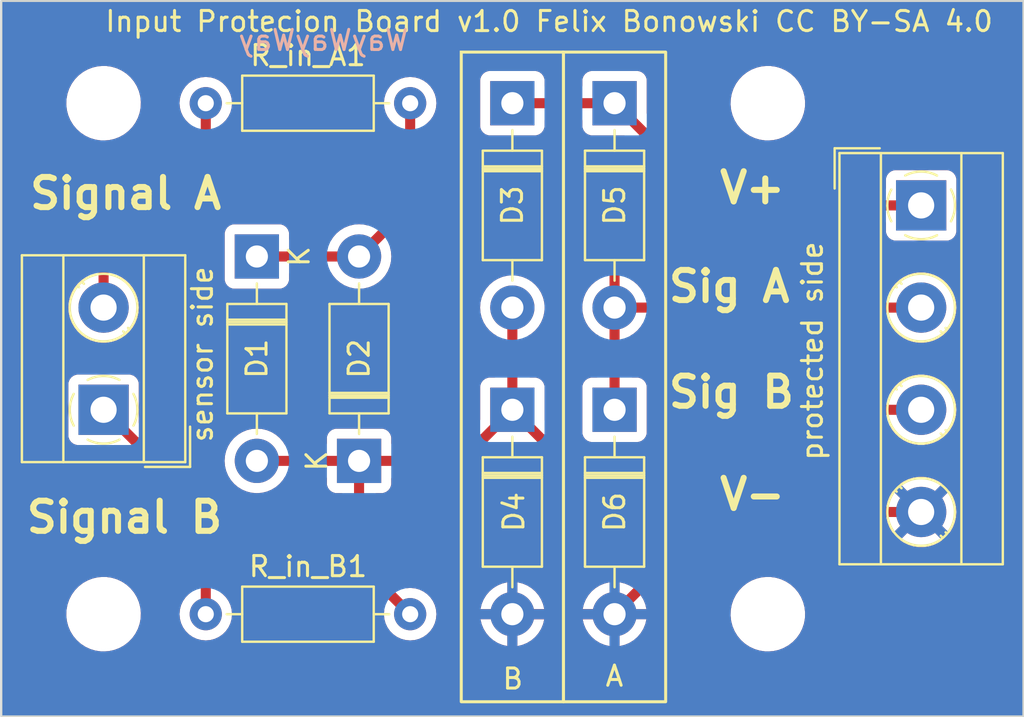
<source format=kicad_pcb>
(kicad_pcb (version 20221018) (generator pcbnew)
  (layers (0 "F.Cu" signal) (31 "B.Cu" signal) (34 "B.Paste" user) (35 "F.Paste" user) (36 "B.SilkS" user "B.Silkscreen") (37 "F.SilkS" user "F.Silkscreen") (38 "B.Mask" user) (39 "F.Mask" user) (44 "Edge.Cuts" user))
  (net 0 "")
  (net 1 "signal_a_protected")
  (net 2 "signal_b_protected")
  (net 3 "supply_negative")
  (net 4 "supply_positive")
  (net 5 "signal_b_input")
  (net 6 "signal_a_input")
  (footprint "MountingHole:MountingHole_3.2mm_M3_DIN965" (layer "F.Cu") (at 5.08 5.08)
    (fp_text reference "H1" hide)
    (fp_text value "MountingHole")
    (pad "" np_thru_hole circle (at 0 0) (size 3.2 3.2) (drill 3.2) (layers "*.Cu" "*.Mask"))
  )
  (footprint "Resistor_THT:R_Axial_DIN0207_L6.3mm_D2.5mm_P10.16mm_Horizontal" (layer "F.Cu") (at 10.16 30.48)
    (fp_text reference "R_in_B1" (at 5.08 -2.37) (layer "F.SilkS"))
    (fp_text value "1000")
    (fp_line (start 1.04 0) (end 1.81 0) (stroke (width 0.12)) (layer "F.SilkS"))
    (fp_line (start 1.81 -1.37) (end 1.81 1.37) (stroke (width 0.12)) (layer "F.SilkS"))
    (fp_line (start 1.81 1.37) (end 8.35 1.37) (stroke (width 0.12)) (layer "F.SilkS"))
    (fp_line (start 8.35 -1.37) (end 1.81 -1.37) (stroke (width 0.12)) (layer "F.SilkS"))
    (fp_line (start 8.35 1.37) (end 8.35 -1.37) (stroke (width 0.12)) (layer "F.SilkS"))
    (fp_line (start 9.12 0) (end 8.35 0) (stroke (width 0.12)) (layer "F.SilkS"))
    (pad "1" thru_hole circle (at 0 0) (size 1.6 1.6) (drill 0.8) (layers "*.Cu" "*.Mask") (net 5 "signal_b_input"))
    (pad "2" thru_hole oval (at 10.16 0) (size 1.6 1.6) (drill 0.8) (layers "*.Cu" "*.Mask") (net 2 "signal_b_protected"))
  )
  (footprint "Diode_THT:D_DO-41_SOD81_P10.16mm_Horizontal" (layer "F.Cu") (at 25.4 20.32 -90)
    (fp_text reference "D4" (at 5.08 -0.07 90) (layer "F.SilkS"))
    (fp_text value "D_Zener")
    (fp_line (start 1.34 0) (end 2.36 0) (stroke (width 0.12)) (layer "F.SilkS"))
    (fp_line (start 2.36 -1.47) (end 2.36 1.47) (stroke (width 0.12)) (layer "F.SilkS"))
    (fp_line (start 2.36 1.47) (end 7.8 1.47) (stroke (width 0.12)) (layer "F.SilkS"))
    (fp_line (start 3.14 -1.47) (end 3.14 1.47) (stroke (width 0.12)) (layer "F.SilkS"))
    (fp_line (start 3.26 -1.47) (end 3.26 1.47) (stroke (width 0.12)) (layer "F.SilkS"))
    (fp_line (start 3.38 -1.47) (end 3.38 1.47) (stroke (width 0.12)) (layer "F.SilkS"))
    (fp_line (start 7.8 -1.47) (end 2.36 -1.47) (stroke (width 0.12)) (layer "F.SilkS"))
    (fp_line (start 7.8 1.47) (end 7.8 -1.47) (stroke (width 0.12)) (layer "F.SilkS"))
    (fp_line (start 8.82 0) (end 7.8 0) (stroke (width 0.12)) (layer "F.SilkS"))
    (pad "1" thru_hole rect (at 0 0 270) (size 2.2 2.2) (drill 1.1) (layers "*.Cu" "*.Mask") (net 2 "signal_b_protected"))
    (pad "2" thru_hole oval (at 10.16 0 270) (size 2.2 2.2) (drill 1.1) (layers "*.Cu" "*.Mask") (net 3 "supply_negative"))
  )
  (footprint "Diode_THT:D_DO-41_SOD81_P10.16mm_Horizontal" (layer "F.Cu") (at 25.4 5.08 -90)
    (fp_text reference "D3" (at 5.08 0 90) (layer "F.SilkS"))
    (fp_text value "D_Zener")
    (fp_line (start 1.34 0) (end 2.36 0) (stroke (width 0.12)) (layer "F.SilkS"))
    (fp_line (start 2.36 -1.47) (end 2.36 1.47) (stroke (width 0.12)) (layer "F.SilkS"))
    (fp_line (start 2.36 1.47) (end 7.8 1.47) (stroke (width 0.12)) (layer "F.SilkS"))
    (fp_line (start 3.14 -1.47) (end 3.14 1.47) (stroke (width 0.12)) (layer "F.SilkS"))
    (fp_line (start 3.26 -1.47) (end 3.26 1.47) (stroke (width 0.12)) (layer "F.SilkS"))
    (fp_line (start 3.38 -1.47) (end 3.38 1.47) (stroke (width 0.12)) (layer "F.SilkS"))
    (fp_line (start 7.8 -1.47) (end 2.36 -1.47) (stroke (width 0.12)) (layer "F.SilkS"))
    (fp_line (start 7.8 1.47) (end 7.8 -1.47) (stroke (width 0.12)) (layer "F.SilkS"))
    (fp_line (start 8.82 0) (end 7.8 0) (stroke (width 0.12)) (layer "F.SilkS"))
    (pad "1" thru_hole rect (at 0 0 270) (size 2.2 2.2) (drill 1.1) (layers "*.Cu" "*.Mask") (net 4 "supply_positive"))
    (pad "2" thru_hole oval (at 10.16 0 270) (size 2.2 2.2) (drill 1.1) (layers "*.Cu" "*.Mask") (net 2 "signal_b_protected"))
  )
  (footprint "Diode_THT:D_DO-41_SOD81_P10.16mm_Horizontal" (layer "F.Cu") (at 30.48 5.08 -90)
    (fp_text reference "D5" (at 5.08 0 90) (layer "F.SilkS"))
    (fp_text value "D_Zener")
    (fp_line (start 1.34 0) (end 2.36 0) (stroke (width 0.12)) (layer "F.SilkS"))
    (fp_line (start 2.36 -1.47) (end 2.36 1.47) (stroke (width 0.12)) (layer "F.SilkS"))
    (fp_line (start 2.36 1.47) (end 7.8 1.47) (stroke (width 0.12)) (layer "F.SilkS"))
    (fp_line (start 3.14 -1.47) (end 3.14 1.47) (stroke (width 0.12)) (layer "F.SilkS"))
    (fp_line (start 3.26 -1.47) (end 3.26 1.47) (stroke (width 0.12)) (layer "F.SilkS"))
    (fp_line (start 3.38 -1.47) (end 3.38 1.47) (stroke (width 0.12)) (layer "F.SilkS"))
    (fp_line (start 7.8 -1.47) (end 2.36 -1.47) (stroke (width 0.12)) (layer "F.SilkS"))
    (fp_line (start 7.8 1.47) (end 7.8 -1.47) (stroke (width 0.12)) (layer "F.SilkS"))
    (fp_line (start 8.82 0) (end 7.8 0) (stroke (width 0.12)) (layer "F.SilkS"))
    (pad "1" thru_hole rect (at 0 0 270) (size 2.2 2.2) (drill 1.1) (layers "*.Cu" "*.Mask") (net 4 "supply_positive"))
    (pad "2" thru_hole oval (at 10.16 0 270) (size 2.2 2.2) (drill 1.1) (layers "*.Cu" "*.Mask") (net 1 "signal_a_protected"))
  )
  (footprint "MountingHole:MountingHole_3.2mm_M3_DIN965" (layer "F.Cu") (at 38.1 30.48)
    (fp_text reference "H3" hide)
    (fp_text value "MountingHole")
    (pad "" np_thru_hole circle (at 0 0) (size 3.2 3.2) (drill 3.2) (layers "*.Cu" "*.Mask"))
  )
  (footprint "TerminalBlock_MetzConnect:TerminalBlock_MetzConnect_Type101_RT01604HBWC_1x04_P5.08mm_Horizontal" (layer "F.Cu") (at 45.72 10.16 -90)
    (fp_text reference "J2" hide)
    (fp_text value "Screw_Terminal_01x04")
    (fp_line (start -2.84 2.06) (end -2.84 4.3) (stroke (width 0.12)) (layer "F.SilkS"))
    (fp_line (start -2.84 4.3) (end -0.84 4.3) (stroke (width 0.12)) (layer "F.SilkS"))
    (fp_line (start -2.6 -4.06) (end -2.6 4.06) (stroke (width 0.12)) (layer "F.SilkS"))
    (fp_line (start -2.6 -4.06) (end 17.84 -4.06) (stroke (width 0.12)) (layer "F.SilkS"))
    (fp_line (start -2.6 -2) (end 17.84 -2) (stroke (width 0.12)) (layer "F.SilkS"))
    (fp_line (start -2.6 2) (end 17.84 2) (stroke (width 0.12)) (layer "F.SilkS"))
    (fp_line (start -2.6 4.06) (end 17.84 4.06) (stroke (width 0.12)) (layer "F.SilkS"))
    (fp_line (start 3.9 0.976) (end 3.806 1.069) (stroke (width 0.12)) (layer "F.SilkS"))
    (fp_line (start 4.07 1.216) (end 4.011 1.274) (stroke (width 0.12)) (layer "F.SilkS"))
    (fp_line (start 6.15 -1.275) (end 6.091 -1.216) (stroke (width 0.12)) (layer "F.SilkS"))
    (fp_line (start 6.355 -1.069) (end 6.261 -0.976) (stroke (width 0.12)) (layer "F.SilkS"))
    (fp_line (start 8.98 0.976) (end 8.886 1.069) (stroke (width 0.12)) (layer "F.SilkS"))
    (fp_line (start 9.15 1.216) (end 9.091 1.274) (stroke (width 0.12)) (layer "F.SilkS"))
    (fp_line (start 11.23 -1.275) (end 11.171 -1.216) (stroke (width 0.12)) (layer "F.SilkS"))
    (fp_line (start 11.435 -1.069) (end 11.341 -0.976) (stroke (width 0.12)) (layer "F.SilkS"))
    (fp_line (start 14.06 0.976) (end 13.966 1.069) (stroke (width 0.12)) (layer "F.SilkS"))
    (fp_line (start 14.23 1.216) (end 14.171 1.274) (stroke (width 0.12)) (layer "F.SilkS"))
    (fp_line (start 16.31 -1.275) (end 16.251 -1.216) (stroke (width 0.12)) (layer "F.SilkS"))
    (fp_line (start 16.515 -1.069) (end 16.421 -0.976) (stroke (width 0.12)) (layer "F.SilkS"))
    (fp_line (start 17.84 -4.06) (end 17.84 4.06) (stroke (width 0.12)) (layer "F.SilkS"))
    (fp_arc (start -1.483953 0.789089) (mid -1.680708 0.00005) (end -1.484 -0.789) (stroke (width 0.12)) (layer "F.SilkS"))
    (fp_arc (start -0.789089 -1.483953) (mid -0.00005 -1.680708) (end 0.789 -1.484) (stroke (width 0.12)) (layer "F.SilkS"))
    (fp_arc (start 0.029383 1.68045) (mid -0.392304 1.634281) (end -0.789 1.484) (stroke (width 0.12)) (layer "F.SilkS"))
    (fp_arc (start 0.788712 1.483352) (mid 0.406429 1.630097) (end 0 1.68) (stroke (width 0.12)) (layer "F.SilkS"))
    (fp_arc (start 1.483953 -0.789089) (mid 1.680708 -0.00005) (end 1.484 0.789) (stroke (width 0.12)) (layer "F.SilkS"))
    (fp_circle (center 5.08 0) (end 6.76 0) (stroke (width 0.12)) (fill none) (layer "F.SilkS"))
    (fp_circle (center 10.16 0) (end 11.84 0) (stroke (width 0.12)) (fill none) (layer "F.SilkS"))
    (fp_circle (center 15.24 0) (end 16.92 0) (stroke (width 0.12)) (fill none) (layer "F.SilkS"))
    (pad "1" thru_hole rect (at 0 0 270) (size 2.5 2.5) (drill 1.3) (layers "*.Cu" "*.Mask") (net 4 "supply_positive"))
    (pad "2" thru_hole circle (at 5.08 0 270) (size 2.5 2.5) (drill 1.3) (layers "*.Cu" "*.Mask") (net 1 "signal_a_protected"))
    (pad "3" thru_hole circle (at 10.16 0 270) (size 2.5 2.5) (drill 1.3) (layers "*.Cu" "*.Mask") (net 2 "signal_b_protected"))
    (pad "4" thru_hole circle (at 15.24 0 270) (size 2.5 2.5) (drill 1.3) (layers "*.Cu" "*.Mask") (net 3 "supply_negative"))
  )
  (footprint "MountingHole:MountingHole_3.2mm_M3_DIN965" (layer "F.Cu") (at 38.1 5.08)
    (fp_text reference "H2" hide)
    (fp_text value "MountingHole")
    (pad "" np_thru_hole circle (at 0 0) (size 3.2 3.2) (drill 3.2) (layers "*.Cu" "*.Mask"))
  )
  (footprint "TerminalBlock_MetzConnect:TerminalBlock_MetzConnect_Type101_RT01602HBWC_1x02_P5.08mm_Horizontal" (layer "F.Cu") (at 5.08 20.32 90)
    (fp_text reference "J1" hide)
    (fp_text value "Screw_Terminal_01x02")
    (fp_line (start -2.84 2.06) (end -2.84 4.3) (stroke (width 0.12)) (layer "F.SilkS"))
    (fp_line (start -2.84 4.3) (end -0.84 4.3) (stroke (width 0.12)) (layer "F.SilkS"))
    (fp_line (start -2.6 -4.06) (end -2.6 4.06) (stroke (width 0.12)) (layer "F.SilkS"))
    (fp_line (start -2.6 -4.06) (end 7.68 -4.06) (stroke (width 0.12)) (layer "F.SilkS"))
    (fp_line (start -2.6 -2) (end 7.68 -2) (stroke (width 0.12)) (layer "F.SilkS"))
    (fp_line (start -2.6 2) (end 7.68 2) (stroke (width 0.12)) (layer "F.SilkS"))
    (fp_line (start -2.6 4.06) (end 7.68 4.06) (stroke (width 0.12)) (layer "F.SilkS"))
    (fp_line (start 3.9 0.976) (end 3.806 1.069) (stroke (width 0.12)) (layer "F.SilkS"))
    (fp_line (start 4.07 1.216) (end 4.011 1.274) (stroke (width 0.12)) (layer "F.SilkS"))
    (fp_line (start 6.15 -1.275) (end 6.091 -1.216) (stroke (width 0.12)) (layer "F.SilkS"))
    (fp_line (start 6.355 -1.069) (end 6.261 -0.976) (stroke (width 0.12)) (layer "F.SilkS"))
    (fp_line (start 7.68 -4.06) (end 7.68 4.06) (stroke (width 0.12)) (layer "F.SilkS"))
    (fp_arc (start -1.483953 0.789089) (mid -1.680708 0.00005) (end -1.484 -0.789) (stroke (width 0.12)) (layer "F.SilkS"))
    (fp_arc (start -0.789089 -1.483953) (mid -0.00005 -1.680708) (end 0.789 -1.484) (stroke (width 0.12)) (layer "F.SilkS"))
    (fp_arc (start 0.029383 1.68045) (mid -0.392304 1.634281) (end -0.789 1.484) (stroke (width 0.12)) (layer "F.SilkS"))
    (fp_arc (start 0.788712 1.483352) (mid 0.406429 1.630097) (end 0 1.68) (stroke (width 0.12)) (layer "F.SilkS"))
    (fp_arc (start 1.483953 -0.789089) (mid 1.680708 -0.00005) (end 1.484 0.789) (stroke (width 0.12)) (layer "F.SilkS"))
    (fp_circle (center 5.08 0) (end 6.76 0) (stroke (width 0.12)) (fill none) (layer "F.SilkS"))
    (pad "1" thru_hole rect (at 0 0 90) (size 2.5 2.5) (drill 1.3) (layers "*.Cu" "*.Mask") (net 5 "signal_b_input"))
    (pad "2" thru_hole circle (at 5.08 0 90) (size 2.5 2.5) (drill 1.3) (layers "*.Cu" "*.Mask") (net 6 "signal_a_input"))
  )
  (footprint "Diode_THT:D_DO-41_SOD81_P10.16mm_Horizontal" (layer "F.Cu") (at 17.78 22.86 90)
    (fp_text reference "D2" (at 5.08 0 90) (layer "F.SilkS"))
    (fp_text value "D")
    (fp_text user "K" (at 0 -2.1 90) (layer "F.SilkS"))
    (fp_line (start 1.34 0) (end 2.36 0) (stroke (width 0.12)) (layer "F.SilkS"))
    (fp_line (start 2.36 -1.47) (end 2.36 1.47) (stroke (width 0.12)) (layer "F.SilkS"))
    (fp_line (start 2.36 1.47) (end 7.8 1.47) (stroke (width 0.12)) (layer "F.SilkS"))
    (fp_line (start 3.14 -1.47) (end 3.14 1.47) (stroke (width 0.12)) (layer "F.SilkS"))
    (fp_line (start 3.26 -1.47) (end 3.26 1.47) (stroke (width 0.12)) (layer "F.SilkS"))
    (fp_line (start 3.38 -1.47) (end 3.38 1.47) (stroke (width 0.12)) (layer "F.SilkS"))
    (fp_line (start 7.8 -1.47) (end 2.36 -1.47) (stroke (width 0.12)) (layer "F.SilkS"))
    (fp_line (start 7.8 1.47) (end 7.8 -1.47) (stroke (width 0.12)) (layer "F.SilkS"))
    (fp_line (start 8.82 0) (end 7.8 0) (stroke (width 0.12)) (layer "F.SilkS"))
    (pad "1" thru_hole rect (at 0 0 90) (size 2.2 2.2) (drill 1.1) (layers "*.Cu" "*.Mask") (net 2 "signal_b_protected"))
    (pad "2" thru_hole oval (at 10.16 0 90) (size 2.2 2.2) (drill 1.1) (layers "*.Cu" "*.Mask") (net 1 "signal_a_protected"))
  )
  (footprint "MountingHole:MountingHole_3.2mm_M3_DIN965" (layer "F.Cu") (at 5.08 30.48)
    (fp_text reference "H4" hide)
    (fp_text value "MountingHole")
    (pad "" np_thru_hole circle (at 0 0) (size 3.2 3.2) (drill 3.2) (layers "*.Cu" "*.Mask"))
  )
  (footprint "Resistor_THT:R_Axial_DIN0207_L6.3mm_D2.5mm_P10.16mm_Horizontal" (layer "F.Cu") (at 10.16 5.08)
    (fp_text reference "R_in_A1" (at 5.08 -2.37) (layer "F.SilkS"))
    (fp_text value "1000")
    (fp_line (start 1.04 0) (end 1.81 0) (stroke (width 0.12)) (layer "F.SilkS"))
    (fp_line (start 1.81 -1.37) (end 1.81 1.37) (stroke (width 0.12)) (layer "F.SilkS"))
    (fp_line (start 1.81 1.37) (end 8.35 1.37) (stroke (width 0.12)) (layer "F.SilkS"))
    (fp_line (start 8.35 -1.37) (end 1.81 -1.37) (stroke (width 0.12)) (layer "F.SilkS"))
    (fp_line (start 8.35 1.37) (end 8.35 -1.37) (stroke (width 0.12)) (layer "F.SilkS"))
    (fp_line (start 9.12 0) (end 8.35 0) (stroke (width 0.12)) (layer "F.SilkS"))
    (pad "1" thru_hole circle (at 0 0) (size 1.6 1.6) (drill 0.8) (layers "*.Cu" "*.Mask") (net 6 "signal_a_input"))
    (pad "2" thru_hole oval (at 10.16 0) (size 1.6 1.6) (drill 0.8) (layers "*.Cu" "*.Mask") (net 1 "signal_a_protected"))
  )
  (footprint "Diode_THT:D_DO-41_SOD81_P10.16mm_Horizontal" (layer "F.Cu") (at 30.48 20.32 -90)
    (fp_text reference "D6" (at 5.08 0 90) (layer "F.SilkS"))
    (fp_text value "D_Zener")
    (fp_line (start 1.34 0) (end 2.36 0) (stroke (width 0.12)) (layer "F.SilkS"))
    (fp_line (start 2.36 -1.47) (end 2.36 1.47) (stroke (width 0.12)) (layer "F.SilkS"))
    (fp_line (start 2.36 1.47) (end 7.8 1.47) (stroke (width 0.12)) (layer "F.SilkS"))
    (fp_line (start 3.14 -1.47) (end 3.14 1.47) (stroke (width 0.12)) (layer "F.SilkS"))
    (fp_line (start 3.26 -1.47) (end 3.26 1.47) (stroke (width 0.12)) (layer "F.SilkS"))
    (fp_line (start 3.38 -1.47) (end 3.38 1.47) (stroke (width 0.12)) (layer "F.SilkS"))
    (fp_line (start 7.8 -1.47) (end 2.36 -1.47) (stroke (width 0.12)) (layer "F.SilkS"))
    (fp_line (start 7.8 1.47) (end 7.8 -1.47) (stroke (width 0.12)) (layer "F.SilkS"))
    (fp_line (start 8.82 0) (end 7.8 0) (stroke (width 0.12)) (layer "F.SilkS"))
    (pad "1" thru_hole rect (at 0 0 270) (size 2.2 2.2) (drill 1.1) (layers "*.Cu" "*.Mask") (net 1 "signal_a_protected"))
    (pad "2" thru_hole oval (at 10.16 0 270) (size 2.2 2.2) (drill 1.1) (layers "*.Cu" "*.Mask") (net 3 "supply_negative"))
  )
  (footprint "Diode_THT:D_DO-41_SOD81_P10.16mm_Horizontal" (layer "F.Cu") (at 12.7 12.7 -90)
    (fp_text reference "D1" (at 5.08 0 90) (layer "F.SilkS"))
    (fp_text value "D")
    (fp_text user "K" (at 0 -2.1 90) (layer "F.SilkS"))
    (fp_line (start 1.34 0) (end 2.36 0) (stroke (width 0.12)) (layer "F.SilkS"))
    (fp_line (start 2.36 -1.47) (end 2.36 1.47) (stroke (width 0.12)) (layer "F.SilkS"))
    (fp_line (start 2.36 1.47) (end 7.8 1.47) (stroke (width 0.12)) (layer "F.SilkS"))
    (fp_line (start 3.14 -1.47) (end 3.14 1.47) (stroke (width 0.12)) (layer "F.SilkS"))
    (fp_line (start 3.26 -1.47) (end 3.26 1.47) (stroke (width 0.12)) (layer "F.SilkS"))
    (fp_line (start 3.38 -1.47) (end 3.38 1.47) (stroke (width 0.12)) (layer "F.SilkS"))
    (fp_line (start 7.8 -1.47) (end 2.36 -1.47) (stroke (width 0.12)) (layer "F.SilkS"))
    (fp_line (start 7.8 1.47) (end 7.8 -1.47) (stroke (width 0.12)) (layer "F.SilkS"))
    (fp_line (start 8.82 0) (end 7.8 0) (stroke (width 0.12)) (layer "F.SilkS"))
    (pad "1" thru_hole rect (at 0 0 270) (size 2.2 2.2) (drill 1.1) (layers "*.Cu" "*.Mask") (net 1 "signal_a_protected"))
    (pad "2" thru_hole oval (at 10.16 0 270) (size 2.2 2.2) (drill 1.1) (layers "*.Cu" "*.Mask") (net 2 "signal_b_protected"))
  )
  (gr_rect (start 27.94 2.54) (end 33.02 34.832472) (stroke (width 0.15)) (fill none) (layer "F.SilkS"))
  (gr_rect (start 22.86 2.54) (end 27.94 34.832473) (stroke (width 0.15)) (fill none) (layer "F.SilkS"))
  (gr_rect (start 0 0) (end 50.8 35.56) (stroke (width 0.1)) (fill none) (layer "Edge.Cuts"))
  (gr_text "WayWayWay" (at 20.32 2.54) (layer "B.SilkS") (effects (font (size 1 1)) (justify left bottom mirror)))
  (gr_text "V-" (at 35.56 25.4) (layer "F.SilkS") (effects (font (size 1.5 1.5) (thickness 0.3) bold) (justify left bottom)))
  (gr_text "A" (at 29.947041 34.142726) (layer "F.SilkS") (effects (font (size 1 1)) (justify left bottom)))
  (gr_text "sensor side" (at 10.572797 22.018704 90) (layer "F.SilkS") (effects (font (size 1 1)) (justify left bottom)))
  (gr_text "V+" (at 35.56 10.16) (layer "F.SilkS") (effects (font (size 1.5 1.5) (thickness 0.3) bold) (justify left bottom)))
  (gr_text "B" (at 24.824602 34.283067) (layer "F.SilkS") (effects (font (size 1 1)) (justify left bottom)))
  (gr_text "Sig B" (at 33.02 20.32) (layer "F.SilkS") (effects (font (size 1.5 1.5) (thickness 0.3) bold) (justify left bottom)))
  (gr_text "protected side\n\n" (at 42.505563 22.922575 90) (layer "F.SilkS") (effects (font (size 1 1)) (justify left bottom)))
  (gr_text "Sig A\n" (at 33.02 15.065859) (layer "F.SilkS") (effects (font (size 1.5 1.5) (thickness 0.3) bold) (justify left bottom)))
  (gr_text "Signal A\n" (at 1.265753 10.444373) (layer "F.SilkS") (effects (font (size 1.5 1.5) (thickness 0.3) bold) (justify left bottom)))
  (gr_text "Signal B" (at 1.1007 26.537048) (layer "F.SilkS") (effects (font (size 1.5 1.5) (thickness 0.3) bold) (justify left bottom)))
  (gr_text "Input Protecion Board v1.0 Felix Bonowski CC BY-SA 4.0" (at 5.08 1.600558) (layer "F.SilkS") (effects (font (size 1 1)) (justify left bottom)))
  (segment (start 20.32 10.16) (end 17.78 12.7) (width 0.5) (layer "F.Cu") (net 1))
  (segment (start 30.48 15.24) (end 45.72 15.24) (width 0.5) (layer "F.Cu") (net 1))
  (segment (start 20.32 5.08) (end 20.32 7.62) (width 0.5) (layer "F.Cu") (net 1))
  (segment (start 30.48 15.24) (end 30.48 20.32) (width 0.5) (layer "F.Cu") (net 1))
  (segment (start 30.48 12.7) (end 30.48 15.24) (width 0.5) (layer "F.Cu") (net 1))
  (segment (start 22.86 10.16) (end 27.94 10.16) (width 0.5) (layer "F.Cu") (net 1))
  (segment (start 20.32 7.62) (end 22.86 10.16) (width 0.5) (layer "F.Cu") (net 1))
  (segment (start 20.32 7.62) (end 20.32 10.16) (width 0.5) (layer "F.Cu") (net 1))
  (segment (start 27.94 10.16) (end 30.48 12.7) (width 0.5) (layer "F.Cu") (net 1))
  (segment (start 17.78 12.7) (end 12.7 12.7) (width 0.5) (layer "F.Cu") (net 1))
  (segment (start 45.02 20.32) (end 38.1 20.32) (width 0.5) (layer "F.Cu") (net 2))
  (segment (start 17.78 22.86) (end 22.86 22.86) (width 0.5) (layer "F.Cu") (net 2))
  (segment (start 30.48 25.4) (end 25.4 20.32) (width 0.5) (layer "F.Cu") (net 2))
  (segment (start 17.78 22.86) (end 12.7 22.86) (width 0.5) (layer "F.Cu") (net 2))
  (segment (start 25.4 15.24) (end 25.4 20.32) (width 0.5) (layer "F.Cu") (net 2))
  (segment (start 22.86 22.86) (end 25.4 20.32) (width 0.5) (layer "F.Cu") (net 2))
  (segment (start 38.1 20.32) (end 33.02 25.4) (width 0.5) (layer "F.Cu") (net 2))
  (segment (start 33.02 25.4) (end 30.48 25.4) (width 0.5) (layer "F.Cu") (net 2))
  (segment (start 17.78 22.86) (end 17.78 27.94) (width 0.5) (layer "F.Cu") (net 2))
  (segment (start 17.78 27.94) (end 20.32 30.48) (width 0.5) (layer "F.Cu") (net 2))
  (segment (start 35.56 25.4) (end 45.72 25.4) (width 0.5) (layer "F.Cu") (net 3))
  (segment (start 25.4 30.48) (end 30.48 30.48) (width 0.5) (layer "F.Cu") (net 3))
  (segment (start 30.48 30.48) (end 35.56 25.4) (width 0.5) (layer "F.Cu") (net 3))
  (segment (start 30.48 5.08) (end 35.56 10.16) (width 0.5) (layer "F.Cu") (net 4))
  (segment (start 25.4 5.08) (end 30.48 5.08) (width 0.5) (layer "F.Cu") (net 4))
  (segment (start 35.56 10.16) (end 45.72 10.16) (width 0.5) (layer "F.Cu") (net 4))
  (segment (start 5.08 20.32) (end 10.16 25.4) (width 0.5) (layer "F.Cu") (net 5))
  (segment (start 10.16 25.4) (end 10.16 30.48) (width 0.5) (layer "F.Cu") (net 5))
  (segment (start 5.08 15.24) (end 5.08 12.7) (width 0.5) (layer "F.Cu") (net 6))
  (segment (start 10.16 7.62) (end 10.16 5.08) (width 0.5) (layer "F.Cu") (net 6))
  (segment (start 5.08 12.7) (end 10.16 7.62) (width 0.5) (layer "F.Cu") (net 6))
  (zone (net 3) (net_name "supply_negative") (layer "F.Cu") (connect_pads (clearance 0.5)) (min_thickness 0.25) (fill yes (thermal_gap 0.5) (thermal_bridge_width 0.5))
    (polygon (pts (xy 50.8 35.56) (xy 0 35.56) (xy 0 0) (xy 50.8 0)))
  )
  (zone (net 3) (net_name "supply_negative") (layer "B.Cu") (priority 1) (connect_pads (clearance 0.5)) (min_thickness 0.25) (fill yes (thermal_gap 0.5) (thermal_bridge_width 0.5))
    (polygon (pts (xy 50.8 0) (xy 0 0) (xy 0 35.56) (xy 50.8 35.56)))
  )
)
</source>
